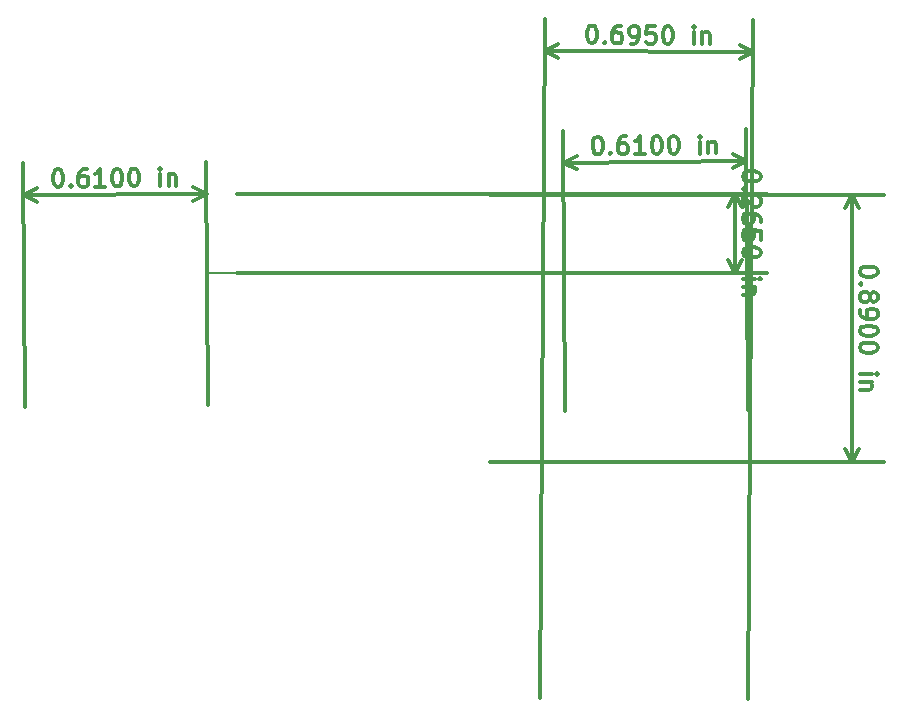
<source format=gbr>
%TF.GenerationSoftware,KiCad,Pcbnew,(5.1.10)-1*%
%TF.CreationDate,2022-09-07T11:24:22-03:00*%
%TF.ProjectId,OpenBCI_Wifi_Shield,4f70656e-4243-4495-9f57-6966695f5368,v1.0.0*%
%TF.SameCoordinates,Original*%
%TF.FileFunction,Other,Comment*%
%FSLAX46Y46*%
G04 Gerber Fmt 4.6, Leading zero omitted, Abs format (unit mm)*
G04 Created by KiCad (PCBNEW (5.1.10)-1) date 2022-09-07 11:24:22*
%MOMM*%
%LPD*%
G01*
G04 APERTURE LIST*
%ADD10C,0.300000*%
%ADD11C,0.200000*%
G04 APERTURE END LIST*
D10*
X149745428Y-68005142D02*
X149745428Y-68148000D01*
X149674000Y-68290857D01*
X149602571Y-68362285D01*
X149459714Y-68433714D01*
X149174000Y-68505142D01*
X148816857Y-68505142D01*
X148531142Y-68433714D01*
X148388285Y-68362285D01*
X148316857Y-68290857D01*
X148245428Y-68148000D01*
X148245428Y-68005142D01*
X148316857Y-67862285D01*
X148388285Y-67790857D01*
X148531142Y-67719428D01*
X148816857Y-67648000D01*
X149174000Y-67648000D01*
X149459714Y-67719428D01*
X149602571Y-67790857D01*
X149674000Y-67862285D01*
X149745428Y-68005142D01*
X148388285Y-69148000D02*
X148316857Y-69219428D01*
X148245428Y-69148000D01*
X148316857Y-69076571D01*
X148388285Y-69148000D01*
X148245428Y-69148000D01*
X149102571Y-70076571D02*
X149174000Y-69933714D01*
X149245428Y-69862285D01*
X149388285Y-69790857D01*
X149459714Y-69790857D01*
X149602571Y-69862285D01*
X149674000Y-69933714D01*
X149745428Y-70076571D01*
X149745428Y-70362285D01*
X149674000Y-70505142D01*
X149602571Y-70576571D01*
X149459714Y-70648000D01*
X149388285Y-70648000D01*
X149245428Y-70576571D01*
X149174000Y-70505142D01*
X149102571Y-70362285D01*
X149102571Y-70076571D01*
X149031142Y-69933714D01*
X148959714Y-69862285D01*
X148816857Y-69790857D01*
X148531142Y-69790857D01*
X148388285Y-69862285D01*
X148316857Y-69933714D01*
X148245428Y-70076571D01*
X148245428Y-70362285D01*
X148316857Y-70505142D01*
X148388285Y-70576571D01*
X148531142Y-70648000D01*
X148816857Y-70648000D01*
X148959714Y-70576571D01*
X149031142Y-70505142D01*
X149102571Y-70362285D01*
X148245428Y-71362285D02*
X148245428Y-71648000D01*
X148316857Y-71790857D01*
X148388285Y-71862285D01*
X148602571Y-72005142D01*
X148888285Y-72076571D01*
X149459714Y-72076571D01*
X149602571Y-72005142D01*
X149674000Y-71933714D01*
X149745428Y-71790857D01*
X149745428Y-71505142D01*
X149674000Y-71362285D01*
X149602571Y-71290857D01*
X149459714Y-71219428D01*
X149102571Y-71219428D01*
X148959714Y-71290857D01*
X148888285Y-71362285D01*
X148816857Y-71505142D01*
X148816857Y-71790857D01*
X148888285Y-71933714D01*
X148959714Y-72005142D01*
X149102571Y-72076571D01*
X149745428Y-73005142D02*
X149745428Y-73148000D01*
X149674000Y-73290857D01*
X149602571Y-73362285D01*
X149459714Y-73433714D01*
X149174000Y-73505142D01*
X148816857Y-73505142D01*
X148531142Y-73433714D01*
X148388285Y-73362285D01*
X148316857Y-73290857D01*
X148245428Y-73148000D01*
X148245428Y-73005142D01*
X148316857Y-72862285D01*
X148388285Y-72790857D01*
X148531142Y-72719428D01*
X148816857Y-72648000D01*
X149174000Y-72648000D01*
X149459714Y-72719428D01*
X149602571Y-72790857D01*
X149674000Y-72862285D01*
X149745428Y-73005142D01*
X149745428Y-74433714D02*
X149745428Y-74576571D01*
X149674000Y-74719428D01*
X149602571Y-74790857D01*
X149459714Y-74862285D01*
X149174000Y-74933714D01*
X148816857Y-74933714D01*
X148531142Y-74862285D01*
X148388285Y-74790857D01*
X148316857Y-74719428D01*
X148245428Y-74576571D01*
X148245428Y-74433714D01*
X148316857Y-74290857D01*
X148388285Y-74219428D01*
X148531142Y-74148000D01*
X148816857Y-74076571D01*
X149174000Y-74076571D01*
X149459714Y-74148000D01*
X149602571Y-74219428D01*
X149674000Y-74290857D01*
X149745428Y-74433714D01*
X148245428Y-76719428D02*
X149245428Y-76719428D01*
X149745428Y-76719428D02*
X149674000Y-76648000D01*
X149602571Y-76719428D01*
X149674000Y-76790857D01*
X149745428Y-76719428D01*
X149602571Y-76719428D01*
X149245428Y-77433714D02*
X148245428Y-77433714D01*
X149102571Y-77433714D02*
X149174000Y-77505142D01*
X149245428Y-77648000D01*
X149245428Y-77862285D01*
X149174000Y-78005142D01*
X149031142Y-78076571D01*
X148245428Y-78076571D01*
X147574000Y-61595000D02*
X147574000Y-84201000D01*
X116967000Y-61595000D02*
X150274000Y-61595000D01*
X116967000Y-84201000D02*
X150274000Y-84201000D01*
X147574000Y-84201000D02*
X146987579Y-83074496D01*
X147574000Y-84201000D02*
X148160421Y-83074496D01*
X147574000Y-61595000D02*
X146987579Y-62721504D01*
X147574000Y-61595000D02*
X148160421Y-62721504D01*
X125501338Y-47238094D02*
X125644192Y-47239121D01*
X125786531Y-47311576D01*
X125857444Y-47383516D01*
X125927843Y-47526884D01*
X125997215Y-47813105D01*
X125994645Y-48170238D01*
X125921163Y-48455431D01*
X125848709Y-48597771D01*
X125776768Y-48668684D01*
X125633401Y-48739083D01*
X125490547Y-48738055D01*
X125348208Y-48665600D01*
X125277295Y-48593660D01*
X125206896Y-48450293D01*
X125137525Y-48164072D01*
X125140094Y-47806938D01*
X125213576Y-47521745D01*
X125286030Y-47379406D01*
X125357971Y-47308493D01*
X125501338Y-47238094D01*
X126634403Y-48603423D02*
X126705315Y-48675364D01*
X126633375Y-48746277D01*
X126562462Y-48674336D01*
X126634403Y-48603423D01*
X126633375Y-48746277D01*
X128001274Y-47256079D02*
X127715567Y-47254023D01*
X127572199Y-47324422D01*
X127500259Y-47395335D01*
X127355864Y-47608588D01*
X127282382Y-47893781D01*
X127278271Y-48465195D01*
X127348670Y-48608562D01*
X127419583Y-48680502D01*
X127561922Y-48752957D01*
X127847629Y-48755012D01*
X127990996Y-48684613D01*
X128062937Y-48613700D01*
X128135391Y-48471361D01*
X128137961Y-48114227D01*
X128067562Y-47970860D01*
X127996649Y-47898919D01*
X127854309Y-47826465D01*
X127568602Y-47824409D01*
X127425235Y-47894808D01*
X127353295Y-47965721D01*
X127280840Y-48108061D01*
X128847603Y-48762206D02*
X129133310Y-48764262D01*
X129276677Y-48693863D01*
X129348618Y-48622950D01*
X129493013Y-48409697D01*
X129566495Y-48124504D01*
X129570606Y-47553091D01*
X129500207Y-47409723D01*
X129429294Y-47337783D01*
X129286955Y-47265328D01*
X129001248Y-47263273D01*
X128857880Y-47333672D01*
X128785940Y-47404585D01*
X128713485Y-47546924D01*
X128710916Y-47904058D01*
X128781315Y-48047425D01*
X128852228Y-48119366D01*
X128994568Y-48191820D01*
X129280275Y-48193876D01*
X129423642Y-48123477D01*
X129495582Y-48052564D01*
X129568037Y-47910224D01*
X130929769Y-47277147D02*
X130215502Y-47272009D01*
X130138937Y-47985762D01*
X130210877Y-47914849D01*
X130354245Y-47844450D01*
X130711378Y-47847019D01*
X130853718Y-47919474D01*
X130924631Y-47991414D01*
X130995030Y-48134782D01*
X130992460Y-48491915D01*
X130920006Y-48634255D01*
X130848065Y-48705168D01*
X130704698Y-48775567D01*
X130347564Y-48772997D01*
X130205225Y-48700543D01*
X130134312Y-48628602D01*
X131929743Y-47284341D02*
X132072597Y-47285369D01*
X132214936Y-47357823D01*
X132285849Y-47429764D01*
X132356248Y-47573131D01*
X132425620Y-47859352D01*
X132423050Y-48216486D01*
X132349568Y-48501679D01*
X132277114Y-48644018D01*
X132205173Y-48714931D01*
X132061806Y-48785330D01*
X131918952Y-48784302D01*
X131776613Y-48711848D01*
X131705700Y-48639907D01*
X131635301Y-48496540D01*
X131565930Y-48210319D01*
X131568499Y-47853186D01*
X131641981Y-47567993D01*
X131714436Y-47425653D01*
X131786376Y-47354740D01*
X131929743Y-47284341D01*
X134204608Y-48800746D02*
X134211802Y-47800772D01*
X134215399Y-47300785D02*
X134143458Y-47371698D01*
X134214371Y-47443638D01*
X134286311Y-47372725D01*
X134215399Y-47300785D01*
X134214371Y-47443638D01*
X134926069Y-47805910D02*
X134918875Y-48805885D01*
X134925041Y-47948764D02*
X134996982Y-47877851D01*
X135140349Y-47807452D01*
X135354629Y-47808994D01*
X135496969Y-47881448D01*
X135567368Y-48024815D01*
X135561715Y-48810509D01*
X139204948Y-49508166D02*
X121551948Y-49381166D01*
X138811000Y-104267000D02*
X139224372Y-46808236D01*
X121158000Y-104140000D02*
X121571372Y-46681236D01*
X121551948Y-49381166D02*
X122682641Y-48802865D01*
X121551948Y-49381166D02*
X122674204Y-49975676D01*
X139204948Y-49508166D02*
X138082692Y-48913656D01*
X139204948Y-49508166D02*
X138074255Y-50086467D01*
X125981042Y-56647220D02*
X126123894Y-56646049D01*
X126267332Y-56716304D01*
X126339344Y-56787145D01*
X126411941Y-56929411D01*
X126485709Y-57214531D01*
X126488636Y-57571662D01*
X126419552Y-57857952D01*
X126349297Y-58001390D01*
X126278456Y-58073401D01*
X126136189Y-58145998D01*
X125993337Y-58147169D01*
X125849899Y-58076914D01*
X125777887Y-58006073D01*
X125705290Y-57863806D01*
X125631522Y-57578687D01*
X125628595Y-57221556D01*
X125697679Y-56935266D01*
X125767934Y-56791828D01*
X125838775Y-56719817D01*
X125981042Y-56647220D01*
X127134984Y-57994949D02*
X127206996Y-58065790D01*
X127136155Y-58137802D01*
X127064144Y-58066961D01*
X127134984Y-57994949D01*
X127136155Y-58137802D01*
X128480958Y-56626728D02*
X128195253Y-56629070D01*
X128052986Y-56701667D01*
X127982146Y-56773679D01*
X127841050Y-56989128D01*
X127771965Y-57275419D01*
X127776649Y-57846828D01*
X127849246Y-57989095D01*
X127921258Y-58059936D01*
X128064696Y-58130191D01*
X128350400Y-58127849D01*
X128492667Y-58055252D01*
X128563508Y-57983240D01*
X128633763Y-57839802D01*
X128630836Y-57482672D01*
X128558239Y-57340405D01*
X128486227Y-57269564D01*
X128342789Y-57199309D01*
X128057085Y-57201651D01*
X127914818Y-57274248D01*
X127843977Y-57346259D01*
X127773722Y-57489697D01*
X130064628Y-58113798D02*
X129207514Y-58120823D01*
X129636071Y-58117311D02*
X129623777Y-56617361D01*
X129482681Y-56832811D01*
X129340999Y-56976834D01*
X129198732Y-57049431D01*
X130980874Y-56606237D02*
X131123726Y-56605066D01*
X131267164Y-56675322D01*
X131339176Y-56746162D01*
X131411773Y-56888429D01*
X131485541Y-57173548D01*
X131488468Y-57530679D01*
X131419384Y-57816969D01*
X131349129Y-57960407D01*
X131278288Y-58032419D01*
X131136021Y-58105016D01*
X130993169Y-58106187D01*
X130849731Y-58035932D01*
X130777719Y-57965091D01*
X130705122Y-57822824D01*
X130631354Y-57537705D01*
X130628427Y-57180574D01*
X130697511Y-56894284D01*
X130767766Y-56750846D01*
X130838607Y-56678834D01*
X130980874Y-56606237D01*
X132409397Y-56594528D02*
X132552250Y-56593357D01*
X132695688Y-56663612D01*
X132767699Y-56734453D01*
X132840296Y-56876720D01*
X132914064Y-57161839D01*
X132916992Y-57518970D01*
X132847907Y-57805260D01*
X132777652Y-57948698D01*
X132706811Y-58020710D01*
X132564544Y-58093307D01*
X132421692Y-58094478D01*
X132278254Y-58024222D01*
X132206243Y-57953382D01*
X132133646Y-57811115D01*
X132059878Y-57525996D01*
X132056950Y-57168865D01*
X132126035Y-56882575D01*
X132196290Y-56739137D01*
X132267131Y-56667125D01*
X132409397Y-56594528D01*
X134707330Y-58075743D02*
X134699133Y-57075777D01*
X134695035Y-56575793D02*
X134624194Y-56647805D01*
X134696206Y-56718646D01*
X134767047Y-56646634D01*
X134695035Y-56575793D01*
X134696206Y-56718646D01*
X135413395Y-57069922D02*
X135421591Y-58069888D01*
X135414566Y-57212774D02*
X135485406Y-57140763D01*
X135627673Y-57068166D01*
X135841952Y-57066409D01*
X135985390Y-57136664D01*
X136057987Y-57278931D01*
X136064427Y-58064619D01*
X138638533Y-58714972D02*
X123144533Y-58841972D01*
X138811000Y-79756000D02*
X138616403Y-56015063D01*
X123317000Y-79883000D02*
X123122403Y-56142063D01*
X123144533Y-58841972D02*
X124266192Y-58246338D01*
X123144533Y-58841972D02*
X124275805Y-59419140D01*
X138638533Y-58714972D02*
X137507261Y-58137804D01*
X138638533Y-58714972D02*
X137516874Y-59310606D01*
D11*
X95504000Y-68199000D02*
X92964000Y-68199000D01*
D10*
X80286732Y-59400411D02*
X80429584Y-59399240D01*
X80573022Y-59469495D01*
X80645034Y-59540336D01*
X80717631Y-59682602D01*
X80791399Y-59967722D01*
X80794326Y-60324853D01*
X80725242Y-60611143D01*
X80654987Y-60754581D01*
X80584146Y-60826592D01*
X80441879Y-60899189D01*
X80299027Y-60900360D01*
X80155589Y-60830105D01*
X80083577Y-60759264D01*
X80010980Y-60616997D01*
X79937212Y-60331878D01*
X79934285Y-59974747D01*
X80003369Y-59688457D01*
X80073624Y-59545019D01*
X80144465Y-59473008D01*
X80286732Y-59400411D01*
X81440674Y-60748140D02*
X81512686Y-60818981D01*
X81441845Y-60890993D01*
X81369834Y-60820152D01*
X81440674Y-60748140D01*
X81441845Y-60890993D01*
X82786648Y-59379919D02*
X82500943Y-59382261D01*
X82358676Y-59454858D01*
X82287836Y-59526870D01*
X82146740Y-59742319D01*
X82077655Y-60028610D01*
X82082339Y-60600019D01*
X82154936Y-60742286D01*
X82226948Y-60813127D01*
X82370386Y-60883382D01*
X82656090Y-60881040D01*
X82798357Y-60808443D01*
X82869198Y-60736431D01*
X82939453Y-60592993D01*
X82936526Y-60235863D01*
X82863929Y-60093596D01*
X82791917Y-60022755D01*
X82648479Y-59952500D01*
X82362775Y-59954842D01*
X82220508Y-60027439D01*
X82149667Y-60099450D01*
X82079412Y-60242888D01*
X84370318Y-60866989D02*
X83513204Y-60874014D01*
X83941761Y-60870502D02*
X83929467Y-59370552D01*
X83788371Y-59586002D01*
X83646689Y-59730025D01*
X83504422Y-59802622D01*
X85286564Y-59359428D02*
X85429416Y-59358257D01*
X85572854Y-59428513D01*
X85644866Y-59499353D01*
X85717463Y-59641620D01*
X85791231Y-59926739D01*
X85794158Y-60283870D01*
X85725074Y-60570160D01*
X85654819Y-60713598D01*
X85583978Y-60785610D01*
X85441711Y-60858207D01*
X85298859Y-60859378D01*
X85155421Y-60789123D01*
X85083409Y-60718282D01*
X85010812Y-60576015D01*
X84937044Y-60290896D01*
X84934117Y-59933765D01*
X85003201Y-59647475D01*
X85073456Y-59504037D01*
X85144297Y-59432025D01*
X85286564Y-59359428D01*
X86715087Y-59347719D02*
X86857940Y-59346548D01*
X87001378Y-59416803D01*
X87073389Y-59487644D01*
X87145986Y-59629911D01*
X87219754Y-59915030D01*
X87222682Y-60272161D01*
X87153597Y-60558451D01*
X87083342Y-60701889D01*
X87012501Y-60773901D01*
X86870234Y-60846498D01*
X86727382Y-60847669D01*
X86583944Y-60777413D01*
X86511933Y-60706573D01*
X86439336Y-60564306D01*
X86365568Y-60279187D01*
X86362640Y-59922056D01*
X86431725Y-59635766D01*
X86501980Y-59492328D01*
X86572821Y-59420316D01*
X86715087Y-59347719D01*
X89013020Y-60828934D02*
X89004823Y-59828968D01*
X89000725Y-59328984D02*
X88929884Y-59400996D01*
X89001896Y-59471837D01*
X89072737Y-59399825D01*
X89000725Y-59328984D01*
X89001896Y-59471837D01*
X89719085Y-59823113D02*
X89727281Y-60823079D01*
X89720256Y-59965965D02*
X89791096Y-59893954D01*
X89933363Y-59821357D01*
X90147642Y-59819600D01*
X90291080Y-59889855D01*
X90363677Y-60032122D01*
X90370117Y-60817810D01*
X77450223Y-61595163D02*
X92944223Y-61468163D01*
X77597000Y-79502000D02*
X77428093Y-58895254D01*
X93091000Y-79375000D02*
X92922093Y-58768254D01*
X92944223Y-61468163D02*
X91822564Y-62063797D01*
X92944223Y-61468163D02*
X91812951Y-60890995D01*
X77450223Y-61595163D02*
X78581495Y-62172331D01*
X77450223Y-61595163D02*
X78571882Y-60999529D01*
X139839428Y-59940642D02*
X139839428Y-60083500D01*
X139768000Y-60226357D01*
X139696571Y-60297785D01*
X139553714Y-60369214D01*
X139268000Y-60440642D01*
X138910857Y-60440642D01*
X138625142Y-60369214D01*
X138482285Y-60297785D01*
X138410857Y-60226357D01*
X138339428Y-60083500D01*
X138339428Y-59940642D01*
X138410857Y-59797785D01*
X138482285Y-59726357D01*
X138625142Y-59654928D01*
X138910857Y-59583500D01*
X139268000Y-59583500D01*
X139553714Y-59654928D01*
X139696571Y-59726357D01*
X139768000Y-59797785D01*
X139839428Y-59940642D01*
X138482285Y-61083500D02*
X138410857Y-61154928D01*
X138339428Y-61083500D01*
X138410857Y-61012071D01*
X138482285Y-61083500D01*
X138339428Y-61083500D01*
X139696571Y-61726357D02*
X139768000Y-61797785D01*
X139839428Y-61940642D01*
X139839428Y-62297785D01*
X139768000Y-62440642D01*
X139696571Y-62512071D01*
X139553714Y-62583500D01*
X139410857Y-62583500D01*
X139196571Y-62512071D01*
X138339428Y-61654928D01*
X138339428Y-62583500D01*
X139839428Y-63869214D02*
X139839428Y-63583500D01*
X139768000Y-63440642D01*
X139696571Y-63369214D01*
X139482285Y-63226357D01*
X139196571Y-63154928D01*
X138625142Y-63154928D01*
X138482285Y-63226357D01*
X138410857Y-63297785D01*
X138339428Y-63440642D01*
X138339428Y-63726357D01*
X138410857Y-63869214D01*
X138482285Y-63940642D01*
X138625142Y-64012071D01*
X138982285Y-64012071D01*
X139125142Y-63940642D01*
X139196571Y-63869214D01*
X139268000Y-63726357D01*
X139268000Y-63440642D01*
X139196571Y-63297785D01*
X139125142Y-63226357D01*
X138982285Y-63154928D01*
X139839428Y-65369214D02*
X139839428Y-64654928D01*
X139125142Y-64583500D01*
X139196571Y-64654928D01*
X139268000Y-64797785D01*
X139268000Y-65154928D01*
X139196571Y-65297785D01*
X139125142Y-65369214D01*
X138982285Y-65440642D01*
X138625142Y-65440642D01*
X138482285Y-65369214D01*
X138410857Y-65297785D01*
X138339428Y-65154928D01*
X138339428Y-64797785D01*
X138410857Y-64654928D01*
X138482285Y-64583500D01*
X139839428Y-66369214D02*
X139839428Y-66512071D01*
X139768000Y-66654928D01*
X139696571Y-66726357D01*
X139553714Y-66797785D01*
X139268000Y-66869214D01*
X138910857Y-66869214D01*
X138625142Y-66797785D01*
X138482285Y-66726357D01*
X138410857Y-66654928D01*
X138339428Y-66512071D01*
X138339428Y-66369214D01*
X138410857Y-66226357D01*
X138482285Y-66154928D01*
X138625142Y-66083500D01*
X138910857Y-66012071D01*
X139268000Y-66012071D01*
X139553714Y-66083500D01*
X139696571Y-66154928D01*
X139768000Y-66226357D01*
X139839428Y-66369214D01*
X138339428Y-68654928D02*
X139339428Y-68654928D01*
X139839428Y-68654928D02*
X139768000Y-68583500D01*
X139696571Y-68654928D01*
X139768000Y-68726357D01*
X139839428Y-68654928D01*
X139696571Y-68654928D01*
X139339428Y-69369214D02*
X138339428Y-69369214D01*
X139196571Y-69369214D02*
X139268000Y-69440642D01*
X139339428Y-69583500D01*
X139339428Y-69797785D01*
X139268000Y-69940642D01*
X139125142Y-70012071D01*
X138339428Y-70012071D01*
X137668000Y-61468000D02*
X137668000Y-68199000D01*
X95504000Y-61468000D02*
X140368000Y-61468000D01*
X95504000Y-68199000D02*
X140368000Y-68199000D01*
X137668000Y-68199000D02*
X137081579Y-67072496D01*
X137668000Y-68199000D02*
X138254421Y-67072496D01*
X137668000Y-61468000D02*
X137081579Y-62594504D01*
X137668000Y-61468000D02*
X138254421Y-62594504D01*
M02*

</source>
